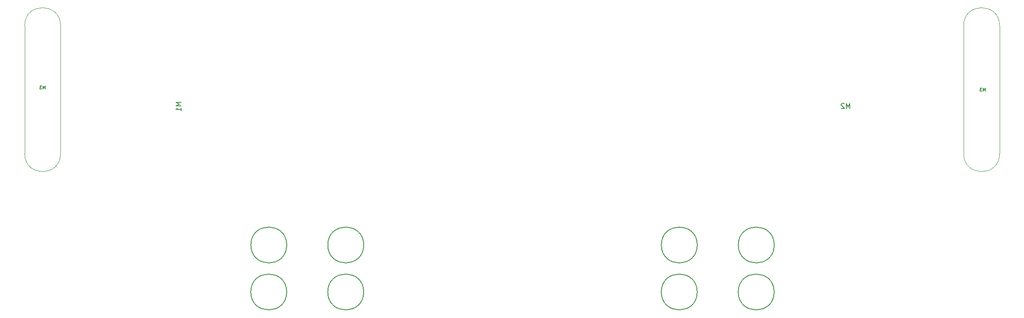
<source format=gbr>
%TF.GenerationSoftware,KiCad,Pcbnew,8.0.3*%
%TF.CreationDate,2024-10-06T13:34:10+03:00*%
%TF.ProjectId,Linefollower V6,4c696e65-666f-46c6-9c6f-776572205636,rev?*%
%TF.SameCoordinates,Original*%
%TF.FileFunction,Legend,Bot*%
%TF.FilePolarity,Positive*%
%FSLAX46Y46*%
G04 Gerber Fmt 4.6, Leading zero omitted, Abs format (unit mm)*
G04 Created by KiCad (PCBNEW 8.0.3) date 2024-10-06 13:34:10*
%MOMM*%
%LPD*%
G01*
G04 APERTURE LIST*
%ADD10C,0.200000*%
%ADD11C,0.100000*%
%ADD12C,0.150000*%
G04 APERTURE END LIST*
D10*
X124770625Y-106805572D02*
G75*
G02*
X117770625Y-106805572I-3500000J0D01*
G01*
X117770625Y-106805572D02*
G75*
G02*
X124770625Y-106805572I3500000J0D01*
G01*
X109770625Y-106805572D02*
G75*
G02*
X102770625Y-106805572I-3500000J0D01*
G01*
X102770625Y-106805572D02*
G75*
G02*
X109770625Y-106805572I3500000J0D01*
G01*
D11*
X65690000Y-88990572D02*
G75*
G02*
X58690000Y-88990572I-3500000J0D01*
G01*
X248690000Y-88990572D02*
X248690000Y-63990572D01*
D10*
X189770625Y-106805572D02*
G75*
G02*
X182770625Y-106805572I-3500000J0D01*
G01*
X182770625Y-106805572D02*
G75*
G02*
X189770625Y-106805572I3500000J0D01*
G01*
D11*
X241690000Y-63990572D02*
X241690000Y-88990572D01*
X58690000Y-63990572D02*
X58690000Y-88990572D01*
X241690000Y-63990572D02*
G75*
G02*
X248690000Y-63990572I3500000J0D01*
G01*
X65690000Y-88990572D02*
X65690000Y-63990572D01*
D10*
X204755000Y-115976822D02*
G75*
G02*
X197755000Y-115976822I-3500000J0D01*
G01*
X197755000Y-115976822D02*
G75*
G02*
X204755000Y-115976822I3500000J0D01*
G01*
X204770625Y-106805572D02*
G75*
G02*
X197770625Y-106805572I-3500000J0D01*
G01*
X197770625Y-106805572D02*
G75*
G02*
X204770625Y-106805572I3500000J0D01*
G01*
X109755000Y-115976822D02*
G75*
G02*
X102755000Y-115976822I-3500000J0D01*
G01*
X102755000Y-115976822D02*
G75*
G02*
X109755000Y-115976822I3500000J0D01*
G01*
X189760625Y-115976822D02*
G75*
G02*
X182760625Y-115976822I-3500000J0D01*
G01*
X182760625Y-115976822D02*
G75*
G02*
X189760625Y-115976822I3500000J0D01*
G01*
X124760625Y-115976822D02*
G75*
G02*
X117760625Y-115976822I-3500000J0D01*
G01*
X117760625Y-115976822D02*
G75*
G02*
X124760625Y-115976822I3500000J0D01*
G01*
D11*
X248690000Y-88990572D02*
G75*
G02*
X241690000Y-88990572I-3500000J0D01*
G01*
X58690000Y-63990572D02*
G75*
G02*
X65690000Y-63990572I3500000J0D01*
G01*
D12*
X245875713Y-76810343D02*
X245875713Y-76210343D01*
X245875713Y-76210343D02*
X245675713Y-76638914D01*
X245675713Y-76638914D02*
X245475713Y-76210343D01*
X245475713Y-76210343D02*
X245475713Y-76810343D01*
X245247142Y-76210343D02*
X244875714Y-76210343D01*
X244875714Y-76210343D02*
X245075714Y-76438914D01*
X245075714Y-76438914D02*
X244989999Y-76438914D01*
X244989999Y-76438914D02*
X244932857Y-76467486D01*
X244932857Y-76467486D02*
X244904285Y-76496057D01*
X244904285Y-76496057D02*
X244875714Y-76553200D01*
X244875714Y-76553200D02*
X244875714Y-76696057D01*
X244875714Y-76696057D02*
X244904285Y-76753200D01*
X244904285Y-76753200D02*
X244932857Y-76781772D01*
X244932857Y-76781772D02*
X244989999Y-76810343D01*
X244989999Y-76810343D02*
X245161428Y-76810343D01*
X245161428Y-76810343D02*
X245218571Y-76781772D01*
X245218571Y-76781772D02*
X245247142Y-76753200D01*
X62675713Y-76385343D02*
X62675713Y-75785343D01*
X62675713Y-75785343D02*
X62475713Y-76213914D01*
X62475713Y-76213914D02*
X62275713Y-75785343D01*
X62275713Y-75785343D02*
X62275713Y-76385343D01*
X62047142Y-75785343D02*
X61675714Y-75785343D01*
X61675714Y-75785343D02*
X61875714Y-76013914D01*
X61875714Y-76013914D02*
X61789999Y-76013914D01*
X61789999Y-76013914D02*
X61732857Y-76042486D01*
X61732857Y-76042486D02*
X61704285Y-76071057D01*
X61704285Y-76071057D02*
X61675714Y-76128200D01*
X61675714Y-76128200D02*
X61675714Y-76271057D01*
X61675714Y-76271057D02*
X61704285Y-76328200D01*
X61704285Y-76328200D02*
X61732857Y-76356772D01*
X61732857Y-76356772D02*
X61789999Y-76385343D01*
X61789999Y-76385343D02*
X61961428Y-76385343D01*
X61961428Y-76385343D02*
X62018571Y-76356772D01*
X62018571Y-76356772D02*
X62047142Y-76328200D01*
X89153366Y-78951048D02*
X88153366Y-78951048D01*
X88153366Y-78951048D02*
X88867651Y-79284381D01*
X88867651Y-79284381D02*
X88153366Y-79617714D01*
X88153366Y-79617714D02*
X89153366Y-79617714D01*
X89153366Y-80617714D02*
X89153366Y-80046286D01*
X89153366Y-80332000D02*
X88153366Y-80332000D01*
X88153366Y-80332000D02*
X88296223Y-80236762D01*
X88296223Y-80236762D02*
X88391461Y-80141524D01*
X88391461Y-80141524D02*
X88439080Y-80046286D01*
X219509523Y-80160391D02*
X219509523Y-79160391D01*
X219509523Y-79160391D02*
X219176190Y-79874676D01*
X219176190Y-79874676D02*
X218842857Y-79160391D01*
X218842857Y-79160391D02*
X218842857Y-80160391D01*
X218414285Y-79255629D02*
X218366666Y-79208010D01*
X218366666Y-79208010D02*
X218271428Y-79160391D01*
X218271428Y-79160391D02*
X218033333Y-79160391D01*
X218033333Y-79160391D02*
X217938095Y-79208010D01*
X217938095Y-79208010D02*
X217890476Y-79255629D01*
X217890476Y-79255629D02*
X217842857Y-79350867D01*
X217842857Y-79350867D02*
X217842857Y-79446105D01*
X217842857Y-79446105D02*
X217890476Y-79588962D01*
X217890476Y-79588962D02*
X218461904Y-80160391D01*
X218461904Y-80160391D02*
X217842857Y-80160391D01*
M02*

</source>
